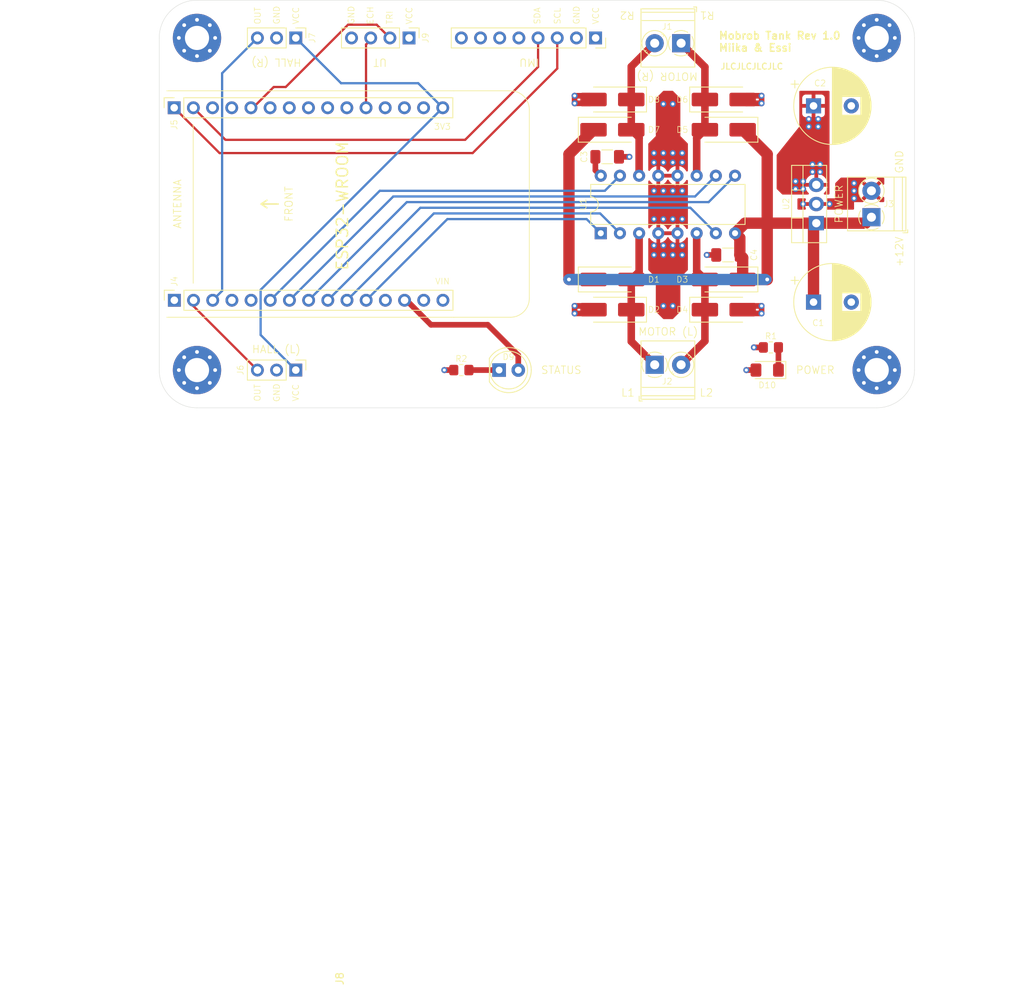
<source format=kicad_pcb>
(kicad_pcb (version 20240108) (generator "pcbnew") (generator_version "8.0")
  (layers (0 "F.Cu" signal) (1 "In1.Cu" signal) (2 "In2.Cu" signal) (31 "B.Cu" signal) (34 "B.Paste" user) (35 "F.Paste" user) (36 "B.SilkS" user "B.Silkscreen") (37 "F.SilkS" user "F.Silkscreen") (38 "B.Mask" user) (39 "F.Mask" user) (44 "Edge.Cuts" user))
  (net 0 "")
  (net 1 "GND")
  (net 2 "+5V")
  (net 3 "+12V")
  (net 4 "Net-(D1-A)")
  (net 5 "Net-(D3-A)")
  (net 6 "Net-(D5-A)")
  (net 7 "Net-(D7-A)")
  (net 8 "STATUS_LED")
  (net 9 "Net-(D9-K)")
  (net 10 "Net-(D10-K)")
  (net 13 "1A")
  (net 15 "4A")
  (net 16 "2A")
  (net 17 "EN1,2")
  (net 18 "RHALL")
  (net 19 "3A")
  (net 20 "LHALL")
  (net 22 "EN3,4")
  (net 24 "IMU_SDA")
  (net 26 "UT_TRIG")
  (net 30 "+3.3V")
  (net 35 "UT_ECHO")
  (net 36 "IMU_SCL")
  (footprint "TerminalBlock_Phoenix:TerminalBlock_Phoenix_PT-1,5-2-3.5-H_1x02_P3.50mm_Horizontal" (layer "F.Cu") (at 195.6 99.3)
    (property "Reference" "J2" (at 1.65 2.2 0) (layer "F.SilkS") (effects (font (size 0.8 0.8) (thickness 0.08))))
    (property "Value" "LMOTOR")
    (pad "1" thru_hole rect (at 0 0) (size 2.4 2.4) (drill 1.2) (layers "*.Cu" "*.Mask") (net 4 "Net-(D1-A)"))
    (pad "2" thru_hole circle (at 3.5 0) (size 2.4 2.4) (drill 1.2) (layers "*.Cu" "*.Mask") (net 5 "Net-(D3-A)"))
  )
  (footprint "MountingHole:MountingHole_3.2mm_M3_Pad_Via" (layer "F.Cu") (at 225 56)
    (property "Reference" "H3" (hide yes))
    (property "Value" "MountingHole_Pad")
    (pad "1" thru_hole circle (at -2.4 0) (size 0.8 0.8) (drill 0.5) (layers "*.Cu" "*.Mask") (net 1 "GND"))
    (pad "1" thru_hole circle (at -1.697056 -1.697056) (size 0.8 0.8) (drill 0.5) (layers "*.Cu" "*.Mask") (net 1 "GND"))
    (pad "1" thru_hole circle (at -1.697056 1.697056) (size 0.8 0.8) (drill 0.5) (layers "*.Cu" "*.Mask") (net 1 "GND"))
    (pad "1" thru_hole circle (at 0 -2.4) (size 0.8 0.8) (drill 0.5) (layers "*.Cu" "*.Mask") (net 1 "GND"))
    (pad "1" thru_hole circle (at 0 0) (size 6.4 6.4) (drill 3.2) (layers "*.Cu" "*.Mask") (net 1 "GND"))
    (pad "1" thru_hole circle (at 0 2.4) (size 0.8 0.8) (drill 0.5) (layers "*.Cu" "*.Mask") (net 1 "GND"))
    (pad "1" thru_hole circle (at 1.697056 -1.697056) (size 0.8 0.8) (drill 0.5) (layers "*.Cu" "*.Mask") (net 1 "GND"))
    (pad "1" thru_hole circle (at 1.697056 1.697056) (size 0.8 0.8) (drill 0.5) (layers "*.Cu" "*.Mask") (net 1 "GND"))
    (pad "1" thru_hole circle (at 2.4 0) (size 0.8 0.8) (drill 0.5) (layers "*.Cu" "*.Mask") (net 1 "GND"))
  )
  (footprint "Capacitor_THT:CP_Radial_D10.0mm_P5.00mm" (layer "F.Cu") (at 216.632323 91)
    (property "Reference" "C1" (at 0.617677 2.75 0) (layer "F.SilkS") (effects (font (size 0.8 0.8) (thickness 0.08))))
    (property "Value" "0.22uF")
    (pad "1" thru_hole rect (at 0 0) (size 2 2) (drill 1) (layers "*.Cu" "*.Mask") (net 3 "+12V"))
    (pad "2" thru_hole circle (at 5 0) (size 2 2) (drill 1) (layers "*.Cu" "*.Mask") (net 1 "GND"))
  )
  (footprint "MountingHole:MountingHole_3.2mm_M3_Pad_Via" (layer "F.Cu") (at 225 100)
    (property "Reference" "H2" (hide yes))
    (property "Value" "MountingHole_Pad")
    (pad "1" thru_hole circle (at -2.4 0) (size 0.8 0.8) (drill 0.5) (layers "*.Cu" "*.Mask") (net 1 "GND"))
    (pad "1" thru_hole circle (at -1.697056 -1.697056) (size 0.8 0.8) (drill 0.5) (layers "*.Cu" "*.Mask") (net 1 "GND"))
    (pad "1" thru_hole circle (at -1.697056 1.697056) (size 0.8 0.8) (drill 0.5) (layers "*.Cu" "*.Mask") (net 1 "GND"))
    (pad "1" thru_hole circle (at 0 -2.4) (size 0.8 0.8) (drill 0.5) (layers "*.Cu" "*.Mask") (net 1 "GND"))
    (pad "1" thru_hole circle (at 0 0) (size 6.4 6.4) (drill 3.2) (layers "*.Cu" "*.Mask") (net 1 "GND"))
    (pad "1" thru_hole circle (at 0 2.4) (size 0.8 0.8) (drill 0.5) (layers "*.Cu" "*.Mask") (net 1 "GND"))
    (pad "1" thru_hole circle (at 1.697056 -1.697056) (size 0.8 0.8) (drill 0.5) (layers "*.Cu" "*.Mask") (net 1 "GND"))
    (pad "1" thru_hole circle (at 1.697056 1.697056) (size 0.8 0.8) (drill 0.5) (layers "*.Cu" "*.Mask") (net 1 "GND"))
    (pad "1" thru_hole circle (at 2.4 0) (size 0.8 0.8) (drill 0.5) (layers "*.Cu" "*.Mask") (net 1 "GND"))
  )
  (footprint "Diode_SMD:D_SMA_Handsoldering" (layer "F.Cu") (at 204.75 92)
    (property "Reference" "D4" (at -5.5 0 0) (layer "F.SilkS") (effects (font (size 0.8 0.8) (thickness 0.08))))
    (property "Value" "M7")
    (pad "1" smd roundrect (at -2.5 0) (size 3.5 1.8) (layers "F.Cu" "F.Paste" "F.Mask") (roundrect_rratio 0.1388888889) (net 5 "Net-(D3-A)"))
    (pad "2" smd roundrect (at 2.5 0) (size 3.5 1.8) (layers "F.Cu" "F.Paste" "F.Mask") (roundrect_rratio 0.1388888889) (net 1 "GND"))
  )
  (footprint "Capacitor_SMD:C_1206_3216Metric_Pad1.33x1.80mm_HandSolder" (layer "F.Cu") (at 205.3125 84.75 180)
    (property "Reference" "C4" (at -3.4375 0 270) (layer "F.SilkS") (effects (font (size 0.8 0.8) (thickness 0.08))))
    (property "Value" "0.1uF")
    (pad "1" smd roundrect (at -1.5625 0 180) (size 1.325 1.8) (layers "F.Cu" "F.Paste" "F.Mask") (roundrect_rratio 0.188679) (net 3 "+12V"))
    (pad "2" smd roundrect (at 1.5625 0 180) (size 1.325 1.8) (layers "F.Cu" "F.Paste" "F.Mask") (roundrect_rratio 0.188679) (net 1 "GND"))
  )
  (footprint "Diode_SMD:D_SMA_Handsoldering" (layer "F.Cu") (at 190 88)
    (property "Reference" "D1" (at 5.5 0 0) (layer "F.SilkS") (effects (font (size 0.8 0.8) (thickness 0.08))))
    (property "Value" "M7")
    (pad "1" smd roundrect (at -2.5 0) (size 3.5 1.8) (layers "F.Cu" "F.Paste" "F.Mask") (roundrect_rratio 0.1388888889) (net 3 "+12V"))
    (pad "2" smd roundrect (at 2.5 0) (size 3.5 1.8) (layers "F.Cu" "F.Paste" "F.Mask") (roundrect_rratio 0.1388888889) (net 4 "Net-(D1-A)"))
  )
  (footprint "LED_THT:LED_D5.0mm" (layer "F.Cu") (at 175 100)
    (property "Reference" "D9" (at 1.25 -1.75 0) (layer "F.SilkS") (effects (font (size 0.8 0.8) (thickness 0.08))))
    (property "Value" "LED_STATUS")
    (pad "1" thru_hole rect (at 0 0) (size 1.8 1.8) (drill 0.9) (layers "*.Cu" "*.Mask") (net 9 "Net-(D9-K)"))
    (pad "2" thru_hole circle (at 2.54 0) (size 1.8 1.8) (drill 0.9) (layers "*.Cu" "*.Mask") (net 8 "STATUS_LED"))
  )
  (footprint "TerminalBlock_Phoenix:TerminalBlock_Phoenix_PT-1,5-2-3.5-H_1x02_P3.50mm_Horizontal" (layer "F.Cu") (at 224.3 79.75 90)
    (property "Reference" "J3" (at 1.75 2.3 0) (layer "F.SilkS") (effects (font (size 0.8 0.8) (thickness 0.08))))
    (property "Value" "POWER")
    (pad "1" thru_hole rect (at 0 0 90) (size 2.4 2.4) (drill 1.2) (layers "*.Cu" "*.Mask") (net 3 "+12V"))
    (pad "2" thru_hole circle (at 3.5 0 90) (size 2.4 2.4) (drill 1.2) (layers "*.Cu" "*.Mask") (net 1 "GND"))
  )
  (footprint "Resistor_SMD:R_0805_2012Metric_Pad1.20x1.40mm_HandSolder" (layer "F.Cu") (at 170 100 180)
    (property "Reference" "R2" (at 0 1.5 180) (layer "F.SilkS") (effects (font (size 0.8 0.8) (thickness 0.08))))
    (property "Value" "150")
    (pad "1" smd roundrect (at -1 0 180) (size 1.2 1.4) (layers "F.Cu" "F.Paste" "F.Mask") (roundrect_rratio 0.208333) (net 9 "Net-(D9-K)"))
    (pad "2" smd roundrect (at 1 0 180) (size 1.2 1.4) (layers "F.Cu" "F.Paste" "F.Mask") (roundrect_rratio 0.208333) (net 1 "GND"))
  )
  (footprint "Capacitor_SMD:C_1206_3216Metric_Pad1.33x1.80mm_HandSolder" (layer "F.Cu") (at 189.3125 71.75)
    (property "Reference" "C3" (at -3.0625 0 270) (layer "F.SilkS") (effects (font (size 0.8 0.8) (thickness 0.08))))
    (property "Value" "0.1uF")
    (pad "1" smd roundrect (at -1.5625 0) (size 1.325 1.8) (layers "F.Cu" "F.Paste" "F.Mask") (roundrect_rratio 0.188679) (net 2 "+5V"))
    (pad "2" smd roundrect (at 1.5625 0) (size 1.325 1.8) (layers "F.Cu" "F.Paste" "F.Mask") (roundrect_rratio 0.188679) (net 1 "GND"))
  )
  (footprint "Connector_PinSocket_2.54mm:PinSocket_1x08_P2.54mm_Vertical" (layer "F.Cu") (at 187.78 56 -90)
    (property "Reference" "J8" (at 124.62 33.87 90) (layer "F.SilkS"))
    (property "Value" "IMU")
    (pad "1" thru_hole rect (at 0 0 270) (size 1.7 1.7) (drill 1) (layers "*.Cu" "*.Mask") (net 2 "+5V"))
    (pad "2" thru_hole oval (at 0 2.54 270) (size 1.7 1.7) (drill 1) (layers "*.Cu" "*.Mask") (net 1 "GND"))
    (pad "3" thru_hole oval (at 0 5.08 270) (size 1.7 1.7) (drill 1) (layers "*.Cu" "*.Mask") (net 36 "IMU_SCL"))
    (pad "4" thru_hole oval (at 0 7.62 270) (size 1.7 1.7) (drill 1) (layers "*.Cu" "*.Mask") (net 24 "IMU_SDA"))
    (pad "5" thru_hole oval (at 0 10.16 270) (size 1.7 1.7) (drill 1) (layers "*.Cu" "*.Mask"))
    (pad "6" thru_hole oval (at 0 12.7 270) (size 1.7 1.7) (drill 1) (layers "*.Cu" "*.Mask"))
    (pad "7" thru_hole oval (at 0 15.24 270) (size 1.7 1.7) (drill 1) (layers "*.Cu" "*.Mask"))
    (pad "8" thru_hole oval (at 0 17.78 270) (size 1.7 1.7) (drill 1) (layers "*.Cu" "*.Mask"))
  )
  (footprint "TerminalBlock_Phoenix:TerminalBlock_Phoenix_PT-1,5-2-3.5-H_1x02_P3.50mm_Horizontal" (layer "F.Cu") (at 199.1 56.7 180)
    (property "Reference" "J1" (at 1.85 2.2 180) (layer "F.SilkS") (effects (font (size 0.8 0.8) (thickness 0.08))))
    (property "Value" "RMOTOR")
    (pad "1" thru_hole rect (at 0 0 180) (size 2.4 2.4) (drill 1.2) (layers "*.Cu" "*.Mask") (net 6 "Net-(D5-A)"))
    (pad "2" thru_hole circle (at 3.5 0 180) (size 2.4 2.4) (drill 1.2) (layers "*.Cu" "*.Mask") (net 7 "Net-(D7-A)"))
  )
  (footprint "Package_TO_SOT_THT:TO-220-3_Vertical" (layer "F.Cu") (at 217 80.54 90)
    (property "Reference" "U2" (at 2.54 -4 270) (layer "F.SilkS") (effects (font (size 0.8 0.8) (thickness 0.08))))
    (property "Value" "L7805")
    (pad "1" thru_hole rect (at 0 0 90) (size 1.905 2) (drill 1.1) (layers "*.Cu" "*.Mask") (net 3 "+12V"))
    (pad "2" thru_hole oval (at 2.54 0 90) (size 1.905 2) (drill 1.1) (layers "*.Cu" "*.Mask") (net 1 "GND"))
    (pad "3" thru_hole oval (at 5.08 0 90) (size 1.905 2) (drill 1.1) (layers "*.Cu" "*.Mask") (net 2 "+5V"))
  )
  (footprint "Connector_PinSocket_2.54mm:PinSocket_1x15_P2.54mm_Vertical" (layer "F.Cu") (at 131.98 65.25 90)
    (property "Reference" "J5" (at -2.25 0 270) (layer "F.SilkS") (effects (font (size 0.8 0.8) (thickness 0.08))))
    (property "Value" "ESP32_2")
    (pad "1" thru_hole rect (at 0 0 90) (size 1.7 1.7) (drill 1) (layers "*.Cu" "*.Mask") (net 36 "IMU_SCL"))
    (pad "2" thru_hole oval (at 0 2.54 90) (size 1.7 1.7) (drill 1) (layers "*.Cu" "*.Mask") (net 24 "IMU_SDA"))
    (pad "3" thru_hole oval (at 0 5.08 90) (size 1.7 1.7) (drill 1) (layers "*.Cu" "*.Mask"))
    (pad "4" thru_hole oval (at 0 7.62 90) (size 1.7 1.7) (drill 1) (layers "*.Cu" "*.Mask"))
    (pad "5" thru_hole oval (at 0 10.16 90) (size 1.7 1.7) (drill 1) (layers "*.Cu" "*.Mask") (net 26 "UT_TRIG"))
    (pad "6" thru_hole oval (at 0 12.7 90) (size 1.7 1.7) (drill 1) (layers "*.Cu" "*.Mask"))
    (pad "7" thru_hole oval (at 0 15.24 90) (size 1.7 1.7) (drill 1) (layers "*.Cu" "*.Mask"))
    (pad "8" thru_hole oval (at 0 17.78 90) (size 1.7 1.7) (drill 1) (layers "*.Cu" "*.Mask"))
    (pad "9" thru_hole oval (at 0 20.32 90) (size 1.7 1.7) (drill 1) (layers "*.Cu" "*.Mask"))
    (pad "10" thru_hole oval (at 0 22.86 90) (size 1.7 1.7) (drill 1) (layers "*.Cu" "*.Mask"))
    (pad "11" thru_hole oval (at 0 25.4 90) (size 1.7 1.7) (drill 1) (layers "*.Cu" "*.Mask") (net 35 "UT_ECHO"))
    (pad "12" thru_hole oval (at 0 27.94 90) (size 1.7 1.7) (drill 1) (layers "*.Cu" "*.Mask"))
    (pad "13" thru_hole oval (at 0 30.48 90) (size 1.7 1.7) (drill 1) (layers "*.Cu" "*.Mask"))
    (pad "14" thru_hole oval (at 0 33.02 90) (size 1.7 1.7) (drill 1) (layers "*.Cu" "*.Mask") (net 1 "GND"))
    (pad "15" thru_hole oval (at 0 35.56 90) (size 1.7 1.7) (drill 1) (layers "*.Cu" "*.Mask") (net 30 "+3.3V"))
  )
  (footprint "Diode_SMD:D_SMA_Handsoldering" (layer "F.Cu") (at 204.75 88 180)
    (property "Reference" "D3" (at 5.5 0 180) (layer "F.SilkS") (effects (font (size 0.8 0.8) (thickness 0.08))))
    (property "Value" "M7")
    (pad "1" smd roundrect (at -2.5 0 180) (size 3.5 1.8) (layers "F.Cu" "F.Paste" "F.Mask") (roundrect_rratio 0.1388888889) (net 3 "+12V"))
    (pad "2" smd roundrect (at 2.5 0 180) (size 3.5 1.8) (layers "F.Cu" "F.Paste" "F.Mask") (roundrect_rratio 0.1388888889) (net 5 "Net-(D3-A)"))
  )
  (footprint "MountingHole:MountingHole_3.2mm_M3_Pad_Via" (layer "F.Cu") (at 135 56)
    (property "Reference" "H4" (hide yes))
    (property "Value" "MountingHole_Pad")
    (pad "1" thru_hole circle (at -2.4 0) (size 0.8 0.8) (drill 0.5) (layers "*.Cu" "*.Mask") (net 1 "GND"))
    (pad "1" thru_hole circle (at -1.697056 -1.697056) (size 0.8 0.8) (drill 0.5) (layers "*.Cu" "*.Mask") (net 1 "GND"))
    (pad "1" thru_hole circle (at -1.697056 1.697056) (size 0.8 0.8) (drill 0.5) (layers "*.Cu" "*.Mask") (net 1 "GND"))
    (pad "1" thru_hole circle (at 0 -2.4) (size 0.8 0.8) (drill 0.5) (layers "*.Cu" "*.Mask") (net 1 "GND"))
    (pad "1" thru_hole circle (at 0 0) (size 6.4 6.4) (drill 3.2) (layers "*.Cu" "*.Mask") (net 1 "GND"))
    (pad "1" thru_hole circle (at 0 2.4) (size 0.8 0.8) (drill 0.5) (layers "*.Cu" "*.Mask") (net 1 "GND"))
    (pad "1" thru_hole circle (at 1.697056 -1.697056) (size 0.8 0.8) (drill 0.5) (layers "*.Cu" "*.Mask") (net 1 "GND"))
    (pad "1" thru_hole circle (at 1.697056 1.697056) (size 0.8 0.8) (drill 0.5) (layers "*.Cu" "*.Mask") (net 1 "GND"))
    (pad "1" thru_hole circle (at 2.4 0) (size 0.8 0.8) (drill 0.5) (layers "*.Cu" "*.Mask") (net 1 "GND"))
  )
  (footprint "Diode_SMD:D_SMA_Handsoldering" (layer "F.Cu") (at 190 92 180)
    (property "Reference" "D2" (at -5.5 0 180) (layer "F.SilkS") (effects (font (size 0.8 0.8) (thickness 0.08))))
    (property "Value" "M7")
    (pad "1" smd roundrect (at -2.5 0 180) (size 3.5 1.8) (layers "F.Cu" "F.Paste" "F.Mask") (roundrect_rratio 0.1388888889) (net 4 "Net-(D1-A)"))
    (pad "2" smd roundrect (at 2.5 0 180) (size 3.5 1.8) (layers "F.Cu" "F.Paste" "F.Mask") (roundrect_rratio 0.1388888889) (net 1 "GND"))
  )
  (footprint "Diode_SMD:D_SMA_Handsoldering" (layer "F.Cu") (at 190 64.16 180)
    (property "Reference" "D8" (at -5.5 0 180) (layer "F.SilkS") (effects (font (size 0.8 0.8) (thickness 0.08))))
    (property "Value" "M7")
    (pad "1" smd roundrect (at -2.5 0 180) (size 3.5 1.8) (layers "F.Cu" "F.Paste" "F.Mask") (roundrect_rratio 0.1388888889) (net 7 "Net-(D7-A)"))
    (pad "2" smd roundrect (at 2.5 0 180) (size 3.5 1.8) (layers "F.Cu" "F.Paste" "F.Mask") (roundrect_rratio 0.1388888889) (net 1 "GND"))
  )
  (footprint "LED_SMD:LED_1206_3216Metric_Pad1.42x1.75mm_HandSolder" (layer "F.Cu") (at 210.5 100 180)
    (property "Reference" "D10" (at 0 -2 180) (layer "F.SilkS") (effects (font (size 0.8 0.8) (thickness 0.08))))
    (property "Value" "LED_POWER")
    (pad "1" smd roundrect (at -1.4875 0 180) (size 1.425 1.75) (layers "F.Cu" "F.Paste" "F.Mask") (roundrect_rratio 0.175439) (net 10 "Net-(D10-K)"))
    (pad "2" smd roundrect (at 1.4875 0 180) (size 1.425 1.75) (layers "F.Cu" "F.Paste" "F.Mask") (roundrect_rratio 0.175439) (net 2 "+5V"))
  )
  (footprint "Package_DIP:DIP-16_W7.62mm" (layer "F.Cu") (at 188.46 81.87 90)
    (property "Reference" "U1" (at 3.81 -2.33 270) (layer "F.SilkS") (effects (font (size 0.8 0.8) (thickness 0.08))))
    (property "Value" "L293D")
    (pad "1" thru_hole rect (at 0 0 90) (size 1.6 1.6) (drill 0.8) (layers "*.Cu" "*.Mask") (net 17 "EN1,2"))
    (pad "2" thru_hole oval (at 0 2.54 90) (size 1.6 1.6) (drill 0.8) (layers "*.Cu" "*.Mask") (net 13 "1A"))
    (pad "3" thru_hole oval (at 0 5.08 90) (size 1.6 1.6) (drill 0.8) (layers "*.Cu" "*.Mask") (net 4 "Net-(D1-A)"))
    (pad "4" thru_hole oval (at 0 7.62 90) (size 1.6 1.6) (drill 0.8) (layers "*.Cu" "*.Mask") (net 1 "GND"))
    (pad "5" thru_hole oval (at 0 10.16 90) (size 1.6 1.6) (drill 0.8) (layers "*.Cu" "*.Mask") (net 1 "GND"))
    (pad "6" thru_hole oval (at 0 12.7 90) (size 1.6 1.6) (drill 0.8) (layers "*.Cu" "*.Mask") (net 5 "Net-(D3-A)"))
    (pad "7" thru_hole oval (at 0 15.24 90) (size 1.6 1.6) (drill 0.8) (layers "*.Cu" "*.Mask") (net 16 "2A"))
    (pad "8" thru_hole oval (at 0 17.78 90) (size 1.6 1.6) (drill 0.8) (layers "*.Cu" "*.Mask") (net 3 "+12V"))
    (pad "9" thru_hole oval (at 7.62 17.78 90) (size 1.6 1.6) (drill 0.8) (layers "*.Cu" "*.Mask") (net 22 "EN3,4"))
    (pad "10" thru_hole oval (at 7.62 15.24 90) (size 1.6 1.6) (drill 0.8) (layers "*.Cu" "*.Mask") (net 19 "3A"))
    (pad "11" thru_hole oval (at 7.62 12.7 90) (size 1.6 1.6) (drill 0.8) (layers "*.Cu" "*.Mask") (net 6 "Net-(D5-A)"))
    (pad "12" thru_hole oval (at 7.62 10.16 90) (size 1.6 1.6) (drill 0.8) (layers "*.Cu" "*.Mask") (net 1 "GND"))
    (pad "13" thru_hole oval (at 7.62 7.62 90) (size 1.6 1.6) (drill 0.8) (layers "*.Cu" "*.Mask") (net 1 "GND"))
    (pad "14" thru_hole oval (at 7.62 5.08 90) (size 1.6 1.6) (drill 0.8) (layers "*.Cu" "*.Mask") (net 7 "Net-(D7-A)"))
    (pad "15" thru_hole oval (at 7.62 2.54 90) (size 1.6 1.6) (drill 0.8) (layers "*.Cu" "*.Mask") (net 15 "4A"))
    (pad "16" thru_hole oval (at 7.62 0 90) (size 1.6 1.6) (drill 0.8) (layers "*.Cu" "*.Mask") (net 2 "+5V"))
  )
  (footprint "Connector_PinHeader_2.54mm:PinHeader_1x03_P2.54mm_Vertical" (layer "F.Cu") (at 148.08 100 -90)
    (property "Reference" "J6" (at 0 7.33 270) (layer "F.SilkS") (effects (font (size 0.8 0.8) (thickness 0.08))))
    (property "Value" "LHALL")
    (pad "1" thru_hole rect (at 0 0 270) (size 1.7 1.7) (drill 1) (layers "*.Cu" "*.Mask") (net 30 "+3.3V"))
    (pad "2" thru_hole oval (at 0 2.54 270) (size 1.7 1.7) (drill 1) (layers "*.Cu" "*.Mask") (net 1 "GND"))
    (pad "3" thru_hole oval (at 0 5.08 270) (size 1.7 1.7) (drill 1) (layers "*.Cu" "*.Mask") (net 20 "LHALL"))
  )
  (footprint "Capacitor_THT:CP_Radial_D10.0mm_P5.00mm" (layer "F.Cu") (at 216.632323 65)
    (property "Reference" "C2" (at 0.867677 -3 0) (layer "F.SilkS") (effects (font (size 0.8 0.8) (thickness 0.08))))
    (property "Value" "0.1uF")
    (pad "1" thru_hole rect (at 0 0) (size 2 2) (drill 1) (layers "*.Cu" "*.Mask") (net 2 "+5V"))
    (pad "2" thru_hole circle (at 5 0) (size 2 2) (drill 1) (layers "*.Cu" "*.Mask") (net 1 "GND"))
  )
  (footprint "MountingHole:MountingHole_3.2mm_M3_Pad_Via" (layer "F.Cu") (at 135 100)
    (property "Reference" "H1" (hide yes))
    (property "Value" "MountingHole_Pad")
    (pad "1" thru_hole circle (at -2.4 0) (size 0.8 0.8) (drill 0.5) (layers "*.Cu" "*.Mask") (net 1 "GND"))
    (pad "1" thru_hole circle (at -1.697056 -1.697056) (size 0.8 0.8) (drill 0.5) (layers "*.Cu" "*.Mask") (net 1 "GND"))
    (pad "1" thru_hole circle (at -1.697056 1.697056) (size 0.8 0.8) (drill 0.5) (layers "*.Cu" "*.Mask") (net 1 "GND"))
    (pad "1" thru_hole circle (at 0 -2.4) (size 0.8 0.8) (drill 0.5) (layers "*.Cu" "*.Mask") (net 1 "GND"))
    (pad "1" thru_hole circle (at 0 0) (size 6.4 6.4) (drill 3.2) (layers "*.Cu" "*.Mask") (net 1 "GND"))
    (pad "1" thru_hole circle (at 0 2.4) (size 0.8 0.8) (drill 0.5) (layers "*.Cu" "*.Mask") (net 1 "GND"))
    (pad "1" thru_hole circle (at 1.697056 -1.697056) (size 0.8 0.8) (drill 0.5) (layers "*.Cu" "*.Mask") (net 1 "GND"))
    (pad "1" thru_hole circle (at 1.697056 1.697056) (size 0.8 0.8) (drill 0.5) (layers "*.Cu" "*.Mask") (net 1 "GND"))
    (pad "1" thru_hole circle (at 2.4 0) (size 0.8 0.8) (drill 0.5) (layers "*.Cu" "*.Mask") (net 1 "GND"))
  )
  (footprint "Connector_PinSocket_2.54mm:PinSocket_1x15_P2.54mm_Vertical" (layer "F.Cu") (at 132 90.75 90)
    (property "Reference" "J4" (at 2.5 0 270) (layer "F.SilkS") (effects (font (size 0.8 0.8) (thickness 0.08))))
    (property "Value" "ESP32_1")
    (pad "1" thru_hole rect (at 0 0 90) (size 1.7 1.7) (drill 1) (layers "*.Cu" "*.Mask"))
    (pad "2" thru_hole oval (at 0 2.54 90) (size 1.7 1.7) (drill 1) (layers "*.Cu" "*.Mask") (net 20 "LHALL"))
    (pad "3" thru_hole oval (at 0 5.08 90) (size 1.7 1.7) (drill 1) (layers "*.Cu" "*.Mask") (net 18 "RHALL"))
    (pad "4" thru_hole oval (at 0 7.62 90) (size 1.7 1.7) (drill 1) (layers "*.Cu" "*.Mask"))
    (pad "5" thru_hole oval (at 0 10.16 90) (size 1.7 1.7) (drill 1) (layers "*.Cu" "*.Mask"))
    (pad "6" thru_hole oval (at 0 12.7 90) (size 1.7 1.7) (drill 1) (layers "*.Cu" "*.Mask") (net 15 "4A"))
    (pad "7" thru_hole oval (at 0 15.24 90) (size 1.7 1.7) (drill 1) (layers "*.Cu" "*.Mask") (net 19 "3A"))
    (pad "8" thru_hole oval (at 0 17.78 90) (size 1.7 1.7) (drill 1) (layers "*.Cu" "*.Mask") (net 22 "EN3,4"))
    (pad "9" thru_hole oval (at 0 20.32 90) (size 1.7 1.7) (drill 1) (layers "*.Cu" "*.Mask") (net 16 "2A"))
    (pad "10" thru_hole oval (at 0 22.86 90) (size 1.7 1.7) (drill 1) (layers "*.Cu" "*.Mask") (net 13 "1A"))
    (pad "11" thru_hole oval (at 0 25.4 90) (size 1.7 1.7) (drill 1) (layers "*.Cu" "*.Mask") (net 17 "EN1,2"))
    (pad "12" thru_hole oval (at 0 27.94 90) (size 1.7 1.7) (drill 1) (layers "*.Cu" "*.Mask"))
    (pad "13" thru_hole oval (at 0 30.48 90) (size 1.7 1.7) (drill 1) (layers "*.Cu" "*.Mask") (net 8 "STATUS_LED"))
    (pad "14" thru_hole oval (at 0 33.02 90) (size 1.7 1.7) (drill 1) (layers "*.Cu" "*.Mask") (net 1 "GND"))
    (pad "15" thru_hole oval (at 0 35.56 90) (size 1.7 1.7) (drill 1) (layers "*.Cu" "*.Mask") (net 2 "+5V"))
  )
  (footprint "Connector_PinHeader_2.54mm:PinHeader_1x03_P2.54mm_Vertical" (layer "F.Cu") (at 148.08 56 -90)
    (property "Reference" "J7" (at 0 -2.17 90) (layer "F.SilkS") (effects (font (size 0.8 0.8) (thickness 0.08))))
    (property "Value" "LHALL")
    (pad "1" thru_hole rect (at 0 0 270) (size 1.7 1.7) (drill 1) (layers "*.Cu" "*.Mask") (net 30 "+3.3V"))
    (pad "2" thru_hole oval (at 0 2.54 270) (size 1.7 1.7) (drill 1) (layers "*.Cu" "*.Mask") (net 1 "GND"))
    (pad "3" thru_hole oval (at 0 5.08 270) (size 1.7 1.7) (drill 1) (layers "*.Cu" "*.Mask") (net 18 "RHALL"))
  )
  (footprint "Diode_SMD:D_SMA_Handsoldering" (layer "F.Cu") (at 204.75 64.16)
    (property "Reference" "D6" (at -5.5 0 0) (layer "F.SilkS") (effects (font (size 0.8 0.8) (thickness 0.08))))
    (property "Value" "M7")
    (pad "1" smd roundrect (at -2.5 0) (size 3.5 1.8) (layers "F.Cu" "F.Paste" "F.Mask") (roundrect_rratio 0.1388888889) (net 6 "Net-(D5-A)"))
    (pad "2" smd roundrect (at 2.5 0) (size 3.5 1.8) (layers "F.Cu" "F.Paste" "F.Mask") (roundrect_rratio 0.1388888889) (net 1 "GND"))
  )
  (footprint "Diode_SMD:D_SMA_Handsoldering" (layer "F.Cu") (at 190 68.16)
    (property "Reference" "D7" (at 5.5 0 0) (layer "F.SilkS") (effects (font (size 0.8 0.8) (thickness 0.08))))
    (property "Value" "M7")
    (pad "1" smd roundrect (at -2.5 0) (size 3.5 1.8) (layers "F.Cu" "F.Paste" "F.Mask") (roundrect_rratio 0.1388888889) (net 3 "+12V"))
    (pad "2" smd roundrect (at 2.5 0) (size 3.5 1.8) (layers "F.Cu" "F.Paste" "F.Mask") (roundrect_rratio 0.1388888889) (net 7 "Net-(D7-A)"))
  )
  (footprint "Resistor_SMD:R_0805_2012Metric_Pad1.20x1.40mm_HandSolder" (layer "F.Cu") (at 210.9875 97 180)
    (property "Reference" "R1" (at -0.0125 1.5 180) (layer "F.SilkS") (effects (font (size 0.8 0.8) (thickness 0.08))))
    (property "Value" "150")
    (pad "1" smd roundrect (at -1 0 180) (size 1.2 1.4) (layers "F.Cu" "F.Paste" "F.Mask") (roundrect_rratio 0.208333) (net 10 "Net-(D10-K)"))
    (pad "2" smd roundrect (at 1 0 180) (size 1.2 1.4) (layers "F.Cu" "F.Paste" "F.Mask") (roundrect_rratio 0.208333) (net 1 "GND"))
  )
  (footprint "Connector_PinHeader_2.54mm:PinHeader_1x04_P2.54mm_Vertical" (layer "F.Cu") (at 163.08 56 -90)
    (property "Reference" "J9" (at 0 -2.17 90) (layer "F.SilkS") (effects (font (size 0.8 0.8) (thickness 0.08))))
    (property "Value" "UT")
    (pad "1" thru_hole rect (at 0 0 270) (size 1.7 1.7) (drill 1) (layers "*.Cu" "*.Mask") (net 2 "+5V"))
    (pad "2" thru_hole oval (at 0 2.54 270) (size 1.7 1.7) (drill 1) (layers "*.Cu" "*.Mask") (net 26 "UT_TRIG"))
    (pad "3" thru_hole oval (at 0 5.08 270) (size 1.7 1.7) (drill 1) (layers "*.Cu" "*.Mask") (net 35 "UT_ECHO"))
    (pad "4" thru_hole oval (at 0 7.62 270) (size 1.7 1.7) (drill 1) (layers "*.Cu" "*.Mask") (net 1 "GND"))
  )
  (footprint "Diode_SMD:D_SMA_Handsoldering" (layer "F.Cu") (at 204.75 68.16 180)
    (property "Reference" "D5" (at 5.5 0 180) (layer "F.SilkS") (effects (font (size 0.8 0.8) (thickness 0.08))))
    (property "Value" "M7")
    (pad "1" smd roundrect (at -2.5 0 180) (size 3.5 1.8) (layers "F.Cu" "F.Paste" "F.Mask") (roundrect_rratio 0.1388888889) (net 3 "+12V"))
    (pad "2" smd roundrect (at 2.5 0 180) (size 3.5 1.8) (layers "F.Cu" "F.Paste" "F.Mask") (roundrect_rratio 0.1388888889) (net 6 "Net-(D5-A)"))
  )
  (gr_line (start 143.5 78) (end 144.25 77.5) (stroke (width 0.2)) (layer "F.SilkS"))
  (gr_line (start 179 65.5) (end 179 90.5) (stroke (width 0.1)) (layer "F.SilkS"))
  (gr_line (start 134.5 67.5) (end 134.5 88.5) (stroke (width 0.1)) (layer "F.SilkS"))
  (gr_arc (start 179 90.5) (mid 178.267767 92.267767) (end 176.5 93) (stroke (width 0.1)) (layer "F.SilkS"))
  (gr_line (start 145.75 78) (end 143.5 78) (stroke (width 0.2)) (layer "F.SilkS"))
  (gr_line (start 131 63) (end 169 63) (stroke (width 0.1)) (layer "F.SilkS"))
  (gr_line (start 131 93) (end 169 93) (stroke (width 0.1)) (layer "F.SilkS"))
  (gr_line (start 169 63) (end 176.5 63) (stroke (width 0.1)) (layer "F.SilkS"))
  (gr_arc (start 176.5 63) (mid 178.267767 63.732233) (end 179 65.5) (stroke (width 0.1)) (layer "F.SilkS"))
  (gr_line (start 144.25 78.5) (end 143.5 78) (stroke (width 0.2)) (layer "F.SilkS"))
  (gr_line (start 176.5 93) (end 169 93) (stroke (width 0.1)) (layer "F.SilkS"))
  (gr_arc (start 135 105) (mid 131.464466 103.535534) (end 130 100) (stroke (width 0.05)) (layer "Edge.Cuts"))
  (gr_line (start 225 105) (end 135 105) (stroke (width 0.05)) (layer "Edge.Cuts"))
  (gr_arc (start 230 100) (mid 228.535534 103.535534) (end 225 105) (stroke (width 0.05)) (layer "Edge.Cuts"))
  (gr_arc (start 225 51) (mid 228.535534 52.464466) (end 230 56) (stroke (width 0.05)) (layer "Edge.Cuts"))
  (gr_line (start 135 51) (end 225 51) (stroke (width 0.05)) (layer "Edge.Cuts"))
  (gr_line (start 130 100) (end 130 56) (stroke (width 0.05)) (layer "Edge.Cuts"))
  (gr_arc (start 130 56) (mid 131.464466 52.464466) (end 135 51) (stroke (width 0.05)) (layer "Edge.Cuts"))
  (gr_line (start 230 56) (end 230 100) (stroke (width 0.05)) (layer "Edge.Cuts"))
  (gr_text "SDA" (at 180.05 54.25 90) (layer "F.SilkS") (effects (font (size 0.8 0.8) (thickness 0.08)) (justify left)))
  (gr_text "VCC" (at 187.8 54.25 90) (layer "F.SilkS") (effects (font (size 0.8 0.8) (thickness 0.08)) (justify left)))
  (gr_text "GND" (at 145.55 103 90) (layer "F.SilkS") (effects (font (size 0.8 0.8) (thickness 0.08))))
  (gr_text "MOTOR (R)" (at 197.25 60.5 180) (layer "F.SilkS") (effects (font (size 1 1) (thickness 0.1)) (justify bottom)))
  (gr_text "POWER" (at 220 78 90) (layer "F.SilkS") (effects (font (size 1 1) (thickness 0.1))))
  (gr_text "R2" (at 193 53 180) (layer "F.SilkS") (effects (font (size 1 1) (thickness 0.1)) (justify left)))
  (gr_text "POWER" (at 214.25 100 0) (layer "F.SilkS") (effects (font (size 1 1) (thickness 0.1)) (justify left)))
  (gr_text "VCC" (at 148.1 54.25 90) (layer "F.SilkS") (effects (font (size 0.8 0.8) (thickness 0.08)) (justify left)))
  (gr_text "SCL" (at 182.725 54.25 90) (layer "F.SilkS") (effects (font (size 0.8 0.8) (thickness 0.08)) (justify left)))
  (gr_text "VCC" (at 148.075 103 90) (layer "F.SilkS") (effects (font (size 0.8 0.8) (thickness 0.08))))
  (gr_text "HALL (R)" (at 145.5 59.25 180) (layer "F.SilkS") (effects (font (size 1 1) (thickness 0.1))))
  (gr_text "OUT" (at 143.025 54.25 90) (layer "F.SilkS") (effects (font (size 0.8 0.8) (thickness 0.08)) (justify left)))
  (gr_text "ANTENNA" (at 133 78 90) (layer "F.SilkS") (effects (font (size 1 1) (thickness 0.1)) (justify bottom)))
  (gr_text "L2" (at 201.5 103 0) (layer "F.SilkS") (effects (font (size 1 1) (thickness 0.1)) (justify left)))
  (gr_text "JLCJLCJLCJLC" (at 204.25 59.775 0) (layer "F.SilkS") (effects (font (size 0.8 0.8) (thickness 0.15) (bold yes)) (justify left)))
  (gr_text "FRONT" (at 147.75 78 90) (layer "F.SilkS") (effects (font (size 1 1) (thickness 0.1)) (justify bottom)))
  (gr_text "R1" (at 201.5 53 180) (layer "F.SilkS") (effects (font (size 1 1) (thickness 0.1)) (justify right)))
  (gr_text "VCC" (at 163.1 54.25 90) (layer "F.SilkS") (effects (font (size 0.8 0.8) (thickness 0.08)) (justify left)))
  (gr_text "TRI" (at 160.5 54.25 90) (layer "F.SilkS") (effects (font (size 0.8 0.8) (thickness 0.08)) (justify left)))
  (gr_text "GND" (at 185.25 54.25 90) (layer "F.SilkS") (effects (font (size 0.8 0.8) (thickness 0.08)) (justify left)))
  (gr_text "ESP32-WROOM" (at 154.25 78.25 90) (layer "F.SilkS") (effects (font (size 1.5 1.5) (thickness 0.1875))))
  (gr_text "MOTOR (L)" (at 197.4 95.5 0) (layer "F.SilkS") (effects (font (size 1 1) (thickness 0.1)) (justify bottom)))
  (gr_text "+12V" (at 228 82.25 90) (layer "F.SilkS") (effects (font (size 1 1) (thickness 0.1)) (justify right)))
  (gr_text "GND" (at 145.55 54.25 90) (layer "F.SilkS") (effects (font (size 0.8 0.8) (thickness 0.08)) (justify left)))
  (gr_text "OUT" (at 143 103 90) (layer "F.SilkS") (effects (font (size 0.8 0.8) (thickness 0.08))))
  (gr_text "IMU" (at 179 59.25 180) (layer "F.SilkS") (effects (font (size 1 1) (thickness 0.1))))
  (gr_text "GND" (at 155.425 54.25 90) (layer "F.SilkS") (effects (font (size 0.8 0.8) (thickness 0.08)) (justify left)))
  (gr_text "STATUS" (at 180.5 100 0) (layer "F.SilkS") (effects (font (size 1 1) (thickness 0.1)) (justify left)))
  (gr_text "UT" (at 159.25 59.25 180) (layer "F.SilkS") (effects (font (size 1 1) (thickness 0.1))))
  (gr_text "L1" (at 193 103 0) (layer "F.SilkS") (effects (font (size 1 1) (thickness 0.1)) (justify right)))
  (gr_text "Mobrob Tank Rev 1.0\nMiika & Essi" (at 204 56.5 0) (layer "F.SilkS") (effects (font (size 1 1) (thickness 0.2) (bold yes)) (justify left)))
  (gr_text "ECH" (at 157.95 54.25 90) (layer "F.SilkS") (effects (font (size 0.8 0.8) (thickness 0.08)) (justify left)))
  (gr_text "3V3" (at 167.5 67.75 0) (layer "F.SilkS") (effects (font (size 0.8 0.8) (thickness 0.08))))
  (gr_text "HALL (L)" (at 145.5 97.25 0) (layer "F.SilkS") (effects (font (size 1 1) (thickness 0.1))))
  (gr_text "VIN" (at 167.5 88.25 0) (layer "F.SilkS") (effects (font (size 0.8 0.8) (thickness 0.08))))
  (gr_text "GND" (at 228 74 90) (layer "F.SilkS") (effects (font (size 1 1) (thickness 0.1)) (justify left)))
  (segment (start 207.75 64.66) (end 207.25 64.16) (width 0.75) (layer "F.Cu") (net 1))
  (segment (start 187 92.5) (end 187.5 92) (width 0.75) (layer "F.Cu") (net 1))
  (segment (start 185 92.5) (end 187 92.5) (width 0.75) (layer "F.Cu") (net 1))
  (segment (start 187 63.66) (end 187.5 64.16) (width 0.75) (layer "F.Cu") (net 1))
  (segment (start 209.75 64.66) (end 209.75 63.66) (width 0.75) (layer "F.Cu") (net 1))
  (segment (start 202.5 84.75) (end 203.75 84.75) (width 0.75) (layer "F.Cu") (net 1))
  (segment (start 185 91.5) (end 187 91.5) (width 0.75) (layer "F.Cu") (net 1))
  (segment (start 207.75 63.66) (end 207.25 64.16) (width 0.75) (layer "F.Cu") (net 1))
  (segment (start 185 64.66) (end 187 64.66) (width 0.75) (layer "F.Cu") (net 1))
  (segment (start 207.75 92.5) (end 207.25 92) (width 0.75) (layer "F.Cu") (net 1))
  (segment (start 209.75 92.5) (end 207.75 92.5) (width 0.75) (layer "F.Cu") (net 1))
  (segment (start 192.25 71.75) (end 190.875 71.75) (width 0.75) (layer "F.Cu") (net 1))
  (segment (start 167.75 100) (end 169 100) (width 0.75) (layer "F.Cu") (net 1))
  (segment (start 209.75 92.5) (end 209.75 91.5) (width 0.75) (layer "F.Cu") (net 1))
  (segment (start 209.75 91.5) (end 207.75 91.5) (width 0.75) (layer "F.Cu") (net 1))
  (segment (start 187 64.66) (end 187.5 64.16) (width 0.75) (layer "F.Cu") (net 1))
  (segment (start 185 92.5) (end 185 91.5) (width 0.75) (layer "F.Cu") (net 1))
  (segment (start 208.7375 97) (end 209.9875 97) (width 0.75) (layer "F.Cu") (net 1))
  (segment (start 207.75 91.5) (end 207.25 92) (width 0.75) (layer "F.Cu") (net 1))
  (segment (start 185 64.66) (end 185 63.66) (width 0.75) (layer "F.Cu") (net 1))
  (segment (start 185 63.66) (end 187 63.66) (width 0.75) (layer "F.Cu") (net 1))
  (segment (start 209.75 63.66) (end 207.75 63.66) (width 0.75) (layer "F.Cu") (net 1))
  (segment (start 187 91.5) (end 187.5 92) (width 0.75) (layer "F.Cu") (net 1))
  (segment (start 209.75 64.66) (end 207.75 64.66) (width 0.75) (layer "F.Cu") (net 1))
  (via (at 192.25 71.75) (size 0.8) (drill 0.4) (layers "F.Cu" "B.Cu") (net 1))
  (via (at 215.25 78) (size 0.8) (drill 0.4) (layers "F.Cu" "B.Cu") (net 1))
  (via (at 185 91.5) (size 0.8) (drill 0.4) (layers "F.Cu" "B.Cu") (net 1))
  (via (at 222 76.25) (size 0.8) (drill 0.4) (layers "F.Cu" "B.Cu") (net 1))
  (via (at 196.75 80) (size 0.8) (drill 0.4) (layers "F.Cu" "B.Cu") (net 1))
  (via (at 209.75 91.5) (size 0.8) (drill 0.4) (layers "F.Cu" "B.Cu") (net 1))
  (via (at 198 76.25) (size 0.8) (drill 0.4) (layers "F.Cu" "B.Cu") (net 1))
  (via (at 199.25 84.75) (size 0.8) (drill 0.4) (layers "F.Cu" "B.Cu") (net 1))
  (via (at 209.75 92.5) (size 0.8) (drill 0.4) (layers "F.Cu" "B.Cu") (net 1))
  (via (at 195.5 72.5) (size 0.8) (drill 0.4) (layers "F.Cu" "B.Cu") (net 1))
  (via (at 185 64.66) (size 0.8) (drill 0.4) (layers "F.Cu" "B.Cu") (net 1))
  (via (at 196.75 64.75) (size 0.8) (drill 0.4) (layers "F.Cu" "B.Cu") (net 1))
  (via (at 222 77.25) (size 0.8) (drill 0.4) (layers "F.Cu" "B.Cu") (net 1))
  (via (at 218.75 78) (size 0.8) (drill 0.4) (layers "F.Cu" "B.Cu") (net 1))
  (via (at 199.25 83.5) (size 0.8) (drill 0.4) (layers "F.Cu" "B.Cu") (net 1))
  (via (at 185 63.66) (size 0.8) (drill 0.4) (layers "F.Cu" "B.Cu") (net 1))
  (via (at 202.5 84.75) (size 0.8) (drill 0.4) (layers "F.Cu" "B.Cu") (net 1))
  (via (at 199.25 76.25) (size 0.8) (drill 0.4) (layers "F.Cu" "B.Cu") (net 1))
  (via (at 199.25 72.5) (size 0.8) (drill 0.4) (layers "F.Cu" "B.Cu") (net 1))
  (via (at 209.75 63.66) (size 0.8) (drill 0.4) (layers "F.Cu" "B.Cu") (net 1))
  (via (at 195.5 76.25) (size 0.8) (drill 0.4) (layers "F.Cu" "B.Cu") (net 1))
  (via (at 196.75 83.5) (size 0.8) (drill 0.4) (layers "F.Cu" "B.Cu") (net 1))
  (via (at 195.5 80) (size 0.8) (drill 0.4) (layers "F.Cu" "B.Cu") (net 1))
  (via (at 222 75.25) (size 0.8) (drill 0.4) (layers "F.Cu" "B.Cu") (net 1))
  (via (at 198 84.75) (size 0.8) (drill 0.4) (layers "F.Cu" "B.Cu") (net 1))
  (via (at 196.75 76.25) (size 0.8) (drill 0.4) (layers "F.Cu" "B.Cu") (net 1))
  (via (at 198 83.5) (size 0.8) (drill 0.4) (layers "F.Cu" "B.Cu") (net 1))
  (via (at 199.25 80) (size 0.8) (drill 0.4) (layers "F.Cu" "B.Cu") (net 1))
  (via (at 198 91.5) (size 0.8) (drill 0.4) (layers "F.Cu" "B.Cu") (net 1))
  (via (at 185 92.5) (size 0.8) (drill 0.4) (layers "F.Cu" "B.Cu") (net 1))
  (via (at 198 80) (size 0.8) (drill 0.4) (layers "F.Cu" "B.Cu") (net 1))
  (via (at 198 64.75) (size 0.8) (drill 0.4) (layers "F.Cu" "B.Cu") (net 1))
  (via (at 167.75 100) (size 0.8) (drill 0.4) (layers "F.Cu" "B.Cu") (net 1))
  (via (at 196.75 72.5) (size 0.8) (drill 0.4) (layers "F.Cu" "B.Cu") (net 1))
  (via (at 195.5 71.25) (size 0.8) (drill 0.4) (layers "F.Cu" "B.Cu") (net 1))
  (via (at 198 72.5) (size 0.8) (drill 0.4) (layers "F.Cu" "B.Cu") (net 1))
  (via (at 209.75 64.66) (size 0.8) (drill 0.4) (layers "F.Cu" "B.Cu") (net 1))
  (via (at 198 71.25) (size 0.8) (drill 0.4) (layers "F.Cu" "B.Cu") (net 1))
  (via (at 208.7375 97) (size 0.8) (drill 0.4) (layers "F.Cu" "B.Cu") (net 1))
  (via (at 195.5 83.5) (size 0.8) (drill 0.4) (layers "F.Cu" "B.Cu") (net 1))
  (via (at 199.25 71.25) (size 0.8) (drill 0.4) (layers "F.Cu" "B.Cu") (net 1))
  (via (at 195.5 84.75) (size 0.8) (drill 0.4) (layers "F.Cu" "B.Cu") (net 1))
  (via (at 196.75 91.5) (size 0.8) (drill 0.4) (layers "F.Cu" "B.Cu") (net 1))
  (via (at 196.75 84.75) (size 0.8) (drill 0.4) (layers "F.Cu" "B.Cu") (net 1))
  (via (at 196.75 71.25) (size 0.8) (drill 0.4) (layers "F.Cu" "B.Cu") (net 1))
  (segment (start 187.75 71.75) (end 187.75 73.54) (width 0.75) (layer "F.Cu") (net 2))
  (segment (start 187.75 73.54) (end 188.46 74.25) (width 0.75) (layer "F.Cu") (net 2))
  (segment (start 207.7375 100) (end 209.0125 100) (width 0.75) (layer "F.Cu") (net 2))
  (via (at 217.25 67.75) (size 0.8) (drill 0.4) (layers "F.Cu" "B.Cu") (net 2))
  (via (at 214.25 76) (size 0.8) (drill 0.4) (layers "F.Cu" "B.Cu") (net 2))
  (via (at 217.5 73.75) (size 0.8) (drill 0.4) (layers "F.Cu" "B.Cu") (net 2))
  (via (at 217.5 72.75) (size 0.8) (drill 0.4) (layers "F.Cu" "B.Cu") (net 2))
  (via (at 214.25 75) (size 0.8) (drill 0.4) (layers "F.Cu" "B.Cu") (net 2))
  (via (at 215.25 76) (size 0.8) (drill 0.4) (layers "F.Cu" "B.Cu") (net 2))
  (via (at 217.25 66.75) (size 0.8) (drill 0.4) (layers "F.Cu" "B.Cu") (net 2))
  (via (at 216 67.75) (size 0.8) (drill 0.4) (layers "F.Cu" "B.Cu") (net 2))
  (via (at 215.25 75) (size 0.8) (drill 0.4) (layers "F.Cu" "B.Cu") (net 2))
  (via (at 216 66.75) (size 0.8) (drill 0.4) (layers "F.Cu" "B.Cu") (net 2))
  (via (at 216.5 73.75) (size 0.8) (drill 0.4) (layers "F.Cu" "B.Cu") (net 2))
  (via (at 216.5 72.75) (size 0.8) (drill 0.4) (layers "F.Cu" "B.Cu") (net 2))
  (via (at 207.7375 100) (size 0.8) (drill 0.4) (layers "F.Cu" "B.Cu") (net 2))
  (segment (start 207.25 68.16) (end 210.5 71.41) (width 1.5) (layer "F.Cu") (net 3))
  (segment (start 184.25 71.41) (end 184.25 88) (width 1.5) (layer "F.Cu") (net 3))
  (segment (start 187.5 68.16) (end 184.25 71.41) (width 1.5) (layer "F.Cu") (net 3))
  (segment (start 210.5 88) (end 207.25 88) (width 1.5) (layer "F.Cu") (net 3))
  (segment (start 216.632323 91) (end 216.632323 80.907677) (width 1.5) (layer "F.Cu") (net 3))
  (segment (start 217 80.54) (end 223.51 80.54) (width 1.5) (layer "F.Cu") (net 3))
  (segment (start 207.25 85.125) (end 206.875 84.75) (width 1.5) (layer "F.Cu") (net 3))
  (segment (start 206.875 82.505) (end 206.24 81.87) (width 1.5) (layer "F.Cu") (net 3))
  (segment (start 216.632323 80.907677) (end 217 80.54) (width 1.5) (layer "F.Cu") (net 3))
  (segment (start 217 80.54) (end 207.57 80.54) (width 1.5) (layer "F.Cu") (net 3))
  (segment (start 187.5 88) (end 184.25 88) (width 1.5) (layer "F.Cu") (net 3))
  (segment (start 223.51 80.54) (end 224.3 79.75) (width 1.5) (layer "F.Cu") (net 3))
  (segment (start 207.57 80.54) (end 206.24 81.87) (width 1.5) (layer "F.Cu") (net 3))
  (segment (start 210.5 71.41) (end 210.5 88) (width 1.5) (layer "F.Cu") (net 3))
  (segment (start 207.25 88) (end 207.25 85.125) (width 1.5) (layer "F.Cu") (net 3))
  (segment (start 206.875 84.75) (end 206.875 82.505) (width 1.5) (layer "F.Cu") (net 3))
  (via (at 184.25 88) (size 1.2) (drill 0.5) (layers "F.Cu" "B.Cu") (net 3))
  (via (at 210.5 88) (size 1.2) (drill 0.5) (layers "F.Cu" "B.Cu") (net 3))
  (segment (start 184.25 88) (end 210.25 88) (width 1.5) (layer "B.Cu") (net 3))
  (segment (start 192.5 92) (end 192.5 96.2) (width 1) (layer "F.Cu") (net 4))
  (segment (start 193.54 86.96) (end 192.5 88) (width 1) (layer "F.Cu") (net 4))
  (segment (start 192.5 96.2) (end 195.6 99.3) (width 1) (layer "F.Cu") (net 4))
  (segment (start 193.54 81.87) (end 193.54 86.96) (width 1) (layer "F.Cu") (net 4))
  (segment (start 192.5 88) (end 192.5 92) (width 1) (layer "F.Cu") (net 4))
  (segment (start 202.25 92) (end 202.25 96.15) (width 1) (layer "F.Cu") (net 5))
  (segment (start 201.16 81.87) (end 201.16 86.91) (width 1) (layer "F.Cu") (net 5))
  (segment (start 202.25 96.15) (end 199.1 99.3) (width 1) (layer "F.Cu") (net 5))
  (segment (start 202.25 88) (end 202.25 92) (width 1) (layer "F.Cu") (net 5))
  (segment (start 201.16 86.91) (end 202.25 88) (width 1) (layer "F.Cu") (net 5))
  (segment (start 201.16 74.25) (end 201.16 69.25) (width 1) (layer "F.Cu") (net 6))
  (segment (start 202.25 65) (end 202.25 59.85) (width 1) (layer "F.Cu") (net 6))
  (segment (start 202.25 68.16) (end 202.25 64.16) (width 1) (layer "F.Cu") (net 6))
  (segment (start 201.16 69.25) (end 202.25 68.16) (width 1) (layer "F.Cu") (net 6))
  (segment (start 202.25 59.85) (end 199.1 56.7) (width 1) (layer "F.Cu") (net 6))
  (segment (start 193.54 69.2) (end 193.54 74.25) (width 1) (layer "F.Cu") (net 7))
  (segment (start 192.5 59.8) (end 195.6 56.7) (width 1) (layer "F.Cu") (net 7))
  (segment (start 192.5 65) (end 192.5 59.8) (width 1) (layer "F.Cu") (net 7))
  (segment (start 192.5 68.16) (end 193.54 69.2) (width 1) (layer "F.Cu") (net 7))
  (segment (start 192.5 68.16) (end 192.5 64.16) (width 1) (layer "F.Cu") (net 7))
  (segment (start 165.98 94) (end 173.5 94) (width 0.75) (layer "F.Cu") (net 8))
  (segment (start 177.54 98.04) (end 177.54 100) (width 0.75) (layer "F.Cu") (net 8))
  (segment (start 162.48 90.5) (end 165.98 94) (width 0.75) (layer "F.Cu") (net 8))
  (segment (start 173.5 94) (end 177.54 98.04) (width 0.75) (layer "F.Cu") (net 8))
  (segment (start 175 100) (end 171 100) (width 0.75) (layer "F.Cu") (net 9))
  (segment (start 211.9875 100) (end 211.9875 97) (width 0.75) (layer "F.Cu") (net 10))
  (segment (start 188.38 79.25) (end 166.36 79.25) (width 0.3) (layer "B.Cu") (net 13))
  (segment (start 191 81.87) (end 188.38 79.25) (width 0.3) (layer "B.Cu") (net 13))
  (segment (start 166.36 79.25) (end 154.86 90.75) (width 0.3) (layer "B.Cu") (net 13))
  (segment (start 189 76.25) (end 159.2 76.25) (width 0.3) (layer "B.Cu") (net 15))
  (segment (start 159.2 76.25) (end 144.7 90.75) (width 0.3) (layer "B.Cu") (net 15))
  (segment (start 191 74.25) (end 189 76.25) (width 0.3) (layer "B.Cu") (net 15))
  (segment (start 200.33 78.5) (end 164.57 78.5) (width 0.3) (layer "B.Cu") (net 16))
  (segment (start 203.7 81.87) (end 200.33 78.5) (width 0.3) (layer "B.Cu") (net 16))
  (segment (start 164.57 78.5) (end 152.32 90.75) (width 0.3) (layer "B.Cu") (net 16))
  (segment (start 168.15 80) (end 157.4 90.75) (width 0.3) (layer "B.Cu") (net 17))
  (segment (start 186.59 80) (end 168.15 80) (width 0.3) (layer "B.Cu") (net 17))
  (segment (start 188.46 81.87) (end 186.59 80) (width 0.3) (layer "B.Cu") (net 17))
  (segment (start 138.325 89.505) (end 137.08 90.75) (width 0.3) (layer "B.Cu") (net 18))
  (segment (start 138.325 60.675) (end 143 56) (width 0.3) (layer "B.Cu") (net 18))
  (segment (start 138.325 60.675) (end 138.325 89.505) (width 0.3) (layer "B.Cu") (net 18))
  (segment (start 203.7 74.25) (end 200.95 77) (width 0.3) (layer "B.Cu") (net 19))
  (segment (start 200.95 77) (end 160.99 77) (width 0.3) (layer "B.Cu") (net 19))
  (segment (start 160.99 77) (end 147.24 90.75) (width 0.3) (layer "B.Cu") (net 19))
  (segment (start 134.54 91.54) (end 134.54 90.75) (width 0.3) (layer "F.Cu") (net 20))
  (segment (start 143 100) (end 134.54 91.54) (width 0.3) (layer "F.Cu") (net 20))
  (segment (start 206.24 74.25) (end 202.74 77.75) (width 0.3) (layer "B.Cu") (net 22))
  (segment (start 202.74 77.75) (end 162.78 77.75) (width 0.3) (layer "B.Cu") (net 22))
  (segment (start 162.78 77.75) (end 149.78 90.75) (width 0.3) (layer "B.Cu") (net 22))
  (segment (start 180.16 56) (end 180.16 59.84) (width 0.3) (layer "F.Cu") (net 24))
  (segment (start 138.77 69.5) (end 134.52 65.25) (width 0.3) (layer "F.Cu") (net 24))
  (segment (start 170.5 69.5) (end 138.77 69.5) (width 0.3) (layer "F.Cu") (net 24))
  (segment (start 180.16 59.84) (end 170.5 69.5) (width 0.3) (layer "F.Cu") (net 24))
  (segment (start 158.79 54.25) (end 160.54 56) (width 0.3) (layer "F.Cu") (net 26))
  (segment (start 155 54.25) (end 158.79 54.25) (width 0.3) (layer "F.Cu") (net 26))
  (segment (start 146.75 62.5) (end 155 54.25) (width 0.3) (layer "F.Cu") (net 26))
  (segment (start 145.16 62.5) (end 146.75 62.5) (width 0.3) (layer "F.Cu") (net 26))
  (segment (start 142.16 65.5) (end 145.16 62.5) (width 0.3) (layer "F.Cu") (net 26))
  (segment (start 148.08 56) (end 154.08 62) (width 0.3) (layer "B.Cu") (net 30))
  (segment (start 164.29 62) (end 167.54 65.25) (width 0.3) (layer "B.Cu") (net 30))
  (segment (start 143.425 89.365) (end 167.54 65.25) (width 0.3) (layer "B.Cu") (net 30))
  (segment (start 148.08 100) (end 143.425 95.345) (width 0.3) (layer "B.Cu") (net 30))
  (segment (start 143.425 95.345) (end 143.425 89.365) (width 0.3) (layer "B.Cu") (net 30))
  (segment (start 154.08 62) (end 164.29 62) (width 0.3) (layer "B.Cu") (net 30))
  (segment (start 158 56.25) (end 157.38 56.87) (width 0.3) (layer "F.Cu") (net 35))
  (segment (start 157.38 56.87) (end 157.38 65.25) (width 0.3) (layer "F.Cu") (net 35))
  (segment (start 158 56) (end 158 56.25) (width 0.3) (layer "F.Cu") (net 35))
  (segment (start 171.5 71.25) (end 137.98 71.25) (width 0.3) (layer "F.Cu") (net 36))
  (segment (start 182.7 56) (end 182.7 60.05) (width 0.3) (layer "F.Cu") (net 36))
  (segment (start 182.7 60.05) (end 171.5 71.25) (width 0.3) (layer "F.Cu") (net 36))
  (segment (start 137.98 71.25) (end 131.98 65.25) (width 0.3) (layer "F.Cu") (net 36))
  (zone (net 2) (net_name "+5V") (layer "F.Cu") (priority 3) (connect_pads (clearance 0.5)) (min_thickness 0.25) (fill yes (thermal_gap 0.5) (thermal_bridge_width 0.5))
    (polygon (pts (xy 218.75 76.75) (xy 218.75 63) (xy 214.75 63) (xy 214.75 67.75) (xy 211.75 71.5) (xy 211.75 76) (xy 212.5 76.75)))
  )
  (zone (net 1) (net_name "GND") (layer "F.Cu") (priority 2) (connect_pads (clearance 0.5)) (min_thickness 0.25) (fill yes (thermal_gap 0.5) (thermal_bridge_width 0.5))
    (polygon (pts (xy 199 87.75) (xy 199 92.25) (xy 198 93.25) (xy 196.75 93.25) (xy 195.75 92.25) (xy 195.75 87.75) (xy 194.75 86.75) (xy 194.75 70) (xy 195.75 69) (xy 195.75 64) (xy 196.75 63) (xy 198 63) (xy 199 64) (xy 199 69) (xy 200 70) (xy 200 86.75)))
  )
  (zone (net 1) (net_name "GND") (layer "F.Cu") (priority 4) (connect_pads (clearance 0.5)) (min_thickness 0.25) (fill yes (thermal_gap 0.5) (thermal_bridge_width 0.5))
    (polygon (pts (xy 219.5 77.25) (xy 219.5 75.25) (xy 220.25 74.5) (xy 226 74.5) (xy 226 77.75) (xy 222 77.75) (xy 222 78.75) (xy 214.5 78.75) (xy 214.5 77.25)))
  )
)
</source>
